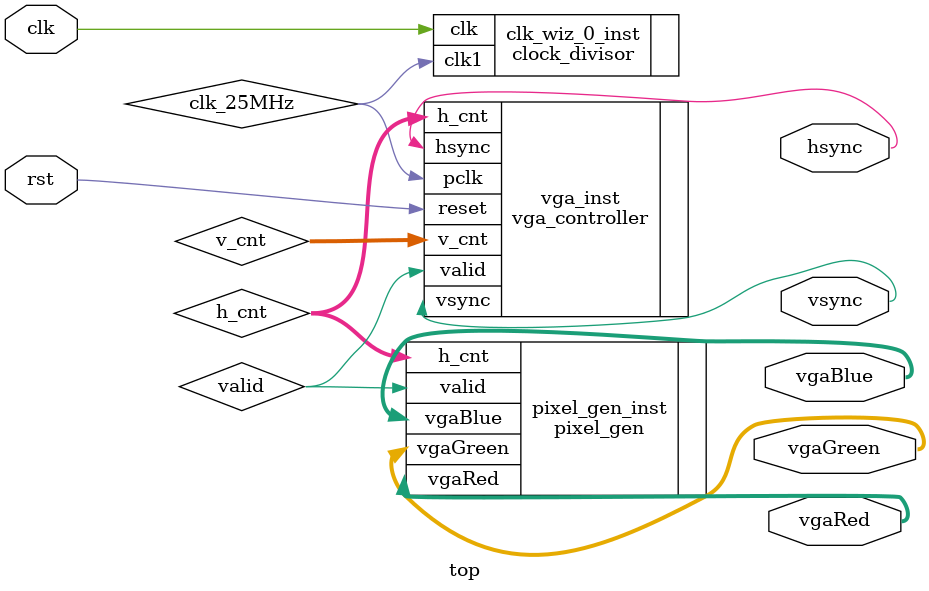
<source format=v>
module top(
  input clk,
  input rst,
  output [3:0] vgaRed,
  output [3:0] vgaGreen,
  output [3:0] vgaBlue,
  output hsync,
  output vsync
);


wire clk_25MHz;
wire valid;
wire [9:0] h_cnt; //640
wire [9:0] v_cnt;  //480


clock_divisor clk_wiz_0_inst(
  .clk(clk),
  .clk1(clk_25MHz)
);

pixel_gen pixel_gen_inst(
  .h_cnt(h_cnt),
  .valid(valid),
  .vgaRed(vgaRed),
  .vgaGreen(vgaGreen),
  .vgaBlue(vgaBlue)
);

vga_controller   vga_inst(
  .pclk(clk_25MHz),
  .reset(rst),
  .hsync(hsync),
  .vsync(vsync),
  .valid(valid),
  .h_cnt(h_cnt),
  .v_cnt(v_cnt)
);
      
endmodule

</source>
